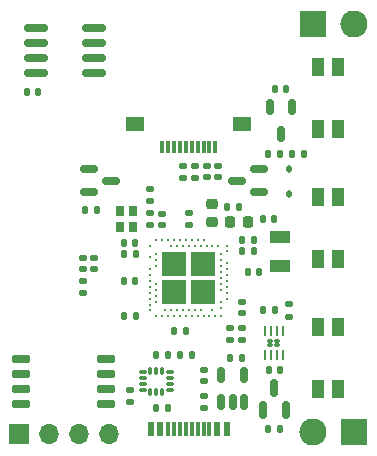
<source format=gbr>
%TF.GenerationSoftware,KiCad,Pcbnew,7.0.1*%
%TF.CreationDate,2024-04-01T23:51:06+01:00*%
%TF.ProjectId,Hardware,48617264-7761-4726-952e-6b696361645f,rev?*%
%TF.SameCoordinates,Original*%
%TF.FileFunction,Paste,Bot*%
%TF.FilePolarity,Positive*%
%FSLAX46Y46*%
G04 Gerber Fmt 4.6, Leading zero omitted, Abs format (unit mm)*
G04 Created by KiCad (PCBNEW 7.0.1) date 2024-04-01 23:51:06*
%MOMM*%
%LPD*%
G01*
G04 APERTURE LIST*
G04 Aperture macros list*
%AMRoundRect*
0 Rectangle with rounded corners*
0 $1 Rounding radius*
0 $2 $3 $4 $5 $6 $7 $8 $9 X,Y pos of 4 corners*
0 Add a 4 corners polygon primitive as box body*
4,1,4,$2,$3,$4,$5,$6,$7,$8,$9,$2,$3,0*
0 Add four circle primitives for the rounded corners*
1,1,$1+$1,$2,$3*
1,1,$1+$1,$4,$5*
1,1,$1+$1,$6,$7*
1,1,$1+$1,$8,$9*
0 Add four rect primitives between the rounded corners*
20,1,$1+$1,$2,$3,$4,$5,0*
20,1,$1+$1,$4,$5,$6,$7,0*
20,1,$1+$1,$6,$7,$8,$9,0*
20,1,$1+$1,$8,$9,$2,$3,0*%
G04 Aperture macros list end*
%ADD10RoundRect,0.135000X-0.185000X0.135000X-0.185000X-0.135000X0.185000X-0.135000X0.185000X0.135000X0*%
%ADD11RoundRect,0.140000X0.140000X0.170000X-0.140000X0.170000X-0.140000X-0.170000X0.140000X-0.170000X0*%
%ADD12RoundRect,0.140000X-0.170000X0.140000X-0.170000X-0.140000X0.170000X-0.140000X0.170000X0.140000X0*%
%ADD13R,0.300000X1.000000*%
%ADD14R,1.650000X1.300000*%
%ADD15RoundRect,0.218750X-0.218750X-0.256250X0.218750X-0.256250X0.218750X0.256250X-0.218750X0.256250X0*%
%ADD16R,2.300000X2.300000*%
%ADD17O,2.300000X2.300000*%
%ADD18RoundRect,0.140000X-0.140000X-0.170000X0.140000X-0.170000X0.140000X0.170000X-0.140000X0.170000X0*%
%ADD19RoundRect,0.150000X-0.150000X0.512500X-0.150000X-0.512500X0.150000X-0.512500X0.150000X0.512500X0*%
%ADD20RoundRect,0.087500X0.225000X0.087500X-0.225000X0.087500X-0.225000X-0.087500X0.225000X-0.087500X0*%
%ADD21RoundRect,0.087500X0.087500X0.225000X-0.087500X0.225000X-0.087500X-0.225000X0.087500X-0.225000X0*%
%ADD22RoundRect,0.135000X-0.135000X-0.185000X0.135000X-0.185000X0.135000X0.185000X-0.135000X0.185000X0*%
%ADD23RoundRect,0.150000X0.825000X0.150000X-0.825000X0.150000X-0.825000X-0.150000X0.825000X-0.150000X0*%
%ADD24RoundRect,0.135000X0.135000X0.185000X-0.135000X0.185000X-0.135000X-0.185000X0.135000X-0.185000X0*%
%ADD25R,0.800000X0.900000*%
%ADD26RoundRect,0.150000X0.150000X-0.587500X0.150000X0.587500X-0.150000X0.587500X-0.150000X-0.587500X0*%
%ADD27R,1.000000X1.550000*%
%ADD28RoundRect,0.150000X0.150000X-0.512500X0.150000X0.512500X-0.150000X0.512500X-0.150000X-0.512500X0*%
%ADD29R,2.000000X2.000000*%
%ADD30C,0.250000*%
%ADD31RoundRect,0.140000X0.170000X-0.140000X0.170000X0.140000X-0.170000X0.140000X-0.170000X-0.140000X0*%
%ADD32R,1.800000X1.000000*%
%ADD33RoundRect,0.112500X0.112500X-0.187500X0.112500X0.187500X-0.112500X0.187500X-0.112500X-0.187500X0*%
%ADD34RoundRect,0.135000X0.185000X-0.135000X0.185000X0.135000X-0.185000X0.135000X-0.185000X-0.135000X0*%
%ADD35RoundRect,0.147500X0.172500X-0.147500X0.172500X0.147500X-0.172500X0.147500X-0.172500X-0.147500X0*%
%ADD36RoundRect,0.225000X0.250000X-0.225000X0.250000X0.225000X-0.250000X0.225000X-0.250000X-0.225000X0*%
%ADD37RoundRect,0.150000X-0.587500X-0.150000X0.587500X-0.150000X0.587500X0.150000X-0.587500X0.150000X0*%
%ADD38R,1.700000X1.700000*%
%ADD39O,1.700000X1.700000*%
%ADD40RoundRect,0.150000X0.650000X0.150000X-0.650000X0.150000X-0.650000X-0.150000X0.650000X-0.150000X0*%
%ADD41R,0.600000X1.240000*%
%ADD42R,0.300000X1.240000*%
%ADD43RoundRect,0.150000X0.587500X0.150000X-0.587500X0.150000X-0.587500X-0.150000X0.587500X-0.150000X0*%
%ADD44RoundRect,0.080000X0.160000X-0.080000X0.160000X0.080000X-0.160000X0.080000X-0.160000X-0.080000X0*%
%ADD45RoundRect,0.062500X0.062500X-0.325000X0.062500X0.325000X-0.062500X0.325000X-0.062500X-0.325000X0*%
G04 APERTURE END LIST*
D10*
%TO.C,R7*%
X203250000Y-87740000D03*
X203250000Y-88760000D03*
%TD*%
D11*
%TO.C,C35*%
X202980000Y-69500000D03*
X202020000Y-69500000D03*
%TD*%
%TO.C,C19*%
X202500000Y-93250000D03*
X201540000Y-93250000D03*
%TD*%
%TO.C,C15*%
X190250000Y-88750000D03*
X189290000Y-88750000D03*
%TD*%
D12*
%TO.C,C9*%
X186750000Y-83770000D03*
X186750000Y-84730000D03*
%TD*%
%TO.C,C36*%
X189750000Y-95020000D03*
X189750000Y-95980000D03*
%TD*%
D13*
%TO.C,J2*%
X192500000Y-74400000D03*
X193000000Y-74400000D03*
X193500000Y-74400000D03*
X194000000Y-74400000D03*
X194500000Y-74400000D03*
X195000000Y-74400000D03*
X195500000Y-74400000D03*
X196000000Y-74400000D03*
X196500000Y-74400000D03*
X197000000Y-74400000D03*
D14*
X190225000Y-72500000D03*
X199275000Y-72500000D03*
%TD*%
D15*
%TO.C,L3*%
X198212500Y-80750000D03*
X199787500Y-80750000D03*
%TD*%
D16*
%TO.C,J4*%
X208750000Y-98500000D03*
D17*
X205250000Y-98500000D03*
%TD*%
D18*
%TO.C,C1*%
X198020000Y-79500000D03*
X198980000Y-79500000D03*
%TD*%
D19*
%TO.C,U4*%
X201600000Y-71000000D03*
X203500000Y-71000000D03*
X202550000Y-73275000D03*
%TD*%
D20*
%TO.C,U5*%
X193162500Y-93500000D03*
X193162500Y-94000000D03*
X193162500Y-94500000D03*
X193162500Y-95000000D03*
D21*
X192500000Y-95162500D03*
X192000000Y-95162500D03*
X191500000Y-95162500D03*
D20*
X190837500Y-95000000D03*
X190837500Y-94500000D03*
X190837500Y-94000000D03*
X190837500Y-93500000D03*
D21*
X191500000Y-93337500D03*
X192000000Y-93337500D03*
X192500000Y-93337500D03*
%TD*%
D18*
%TO.C,C14*%
X193520000Y-90000000D03*
X194480000Y-90000000D03*
%TD*%
D22*
%TO.C,R9*%
X198240000Y-92250000D03*
X199260000Y-92250000D03*
%TD*%
D11*
%TO.C,C2*%
X190230000Y-82500000D03*
X189270000Y-82500000D03*
%TD*%
D18*
%TO.C,C37*%
X181020000Y-69750000D03*
X181980000Y-69750000D03*
%TD*%
D23*
%TO.C,U6*%
X186725000Y-64345000D03*
X186725000Y-65615000D03*
X186725000Y-66885000D03*
X186725000Y-68155000D03*
X181775000Y-68155000D03*
X181775000Y-66885000D03*
X181775000Y-65615000D03*
X181775000Y-64345000D03*
%TD*%
D12*
%TO.C,C13*%
X199250000Y-87520000D03*
X199250000Y-88480000D03*
%TD*%
D24*
%TO.C,R1*%
X193010000Y-96500000D03*
X191990000Y-96500000D03*
%TD*%
D18*
%TO.C,C16*%
X201020000Y-80500000D03*
X201980000Y-80500000D03*
%TD*%
D22*
%TO.C,R8*%
X200990000Y-88250000D03*
X202010000Y-88250000D03*
%TD*%
D25*
%TO.C,Y1*%
X188950000Y-81200000D03*
X188950000Y-79800000D03*
X190050000Y-79800000D03*
X190050000Y-81200000D03*
%TD*%
D26*
%TO.C,Q4*%
X202950000Y-96687500D03*
X201050000Y-96687500D03*
X202000000Y-94812500D03*
%TD*%
D27*
%TO.C,SW1*%
X207350000Y-83875000D03*
X207350000Y-78625000D03*
X205650000Y-83875000D03*
X205650000Y-78625000D03*
%TD*%
D22*
%TO.C,R6*%
X191990000Y-92000000D03*
X193010000Y-92000000D03*
%TD*%
D18*
%TO.C,C12*%
X199270000Y-82250000D03*
X200230000Y-82250000D03*
%TD*%
D28*
%TO.C,U2*%
X199400000Y-96025000D03*
X198450000Y-96025000D03*
X197500000Y-96025000D03*
X197500000Y-93750000D03*
X199400000Y-93750000D03*
%TD*%
D29*
%TO.C,U1*%
X195962500Y-86712500D03*
X195962500Y-84287500D03*
X193537500Y-86712500D03*
X193537500Y-84287500D03*
D30*
X196000000Y-82250000D03*
X195500000Y-82250000D03*
X195000000Y-82250000D03*
X194500000Y-82250000D03*
X194000000Y-82250000D03*
X193500000Y-82250000D03*
X193000000Y-82250000D03*
X192500000Y-82250000D03*
X192000000Y-82250000D03*
X191500000Y-87750000D03*
X197500000Y-88000000D03*
X196750000Y-88250000D03*
X195750000Y-88250000D03*
X195250000Y-88250000D03*
X194750000Y-88250000D03*
X194250000Y-88250000D03*
X193750000Y-88250000D03*
X193250000Y-88250000D03*
X192750000Y-88250000D03*
X191500000Y-88250000D03*
X197500000Y-88750000D03*
X197000000Y-88750000D03*
X196500000Y-88750000D03*
X196000000Y-88750000D03*
X195500000Y-88750000D03*
X195000000Y-88750000D03*
X194500000Y-88750000D03*
X194000000Y-88750000D03*
X193500000Y-88750000D03*
X193000000Y-88750000D03*
X192500000Y-88750000D03*
X192000000Y-88750000D03*
X198000000Y-82750000D03*
X197250000Y-82750000D03*
X196750000Y-82750000D03*
X196250000Y-82750000D03*
X195750000Y-82750000D03*
X195250000Y-82750000D03*
X194750000Y-82750000D03*
X194250000Y-82750000D03*
X193750000Y-82750000D03*
X193250000Y-82750000D03*
X191500000Y-82750000D03*
X198000000Y-83250000D03*
X197500000Y-83500000D03*
X192000000Y-83500000D03*
X191500000Y-83750000D03*
X197500000Y-84000000D03*
X192000000Y-84000000D03*
X198000000Y-84250000D03*
X197500000Y-84500000D03*
X192000000Y-84500000D03*
X198000000Y-84750000D03*
X191500000Y-84750000D03*
X197500000Y-85000000D03*
X198000000Y-85250000D03*
X191500000Y-85250000D03*
X197500000Y-85500000D03*
X198000000Y-85750000D03*
X191500000Y-85750000D03*
X197500000Y-86000000D03*
X192000000Y-86000000D03*
X198000000Y-86250000D03*
X191500000Y-86250000D03*
X197500000Y-86500000D03*
X192000000Y-86500000D03*
X198000000Y-86750000D03*
X191500000Y-86750000D03*
X192000000Y-87000000D03*
X198000000Y-87250000D03*
X191500000Y-87250000D03*
X197500000Y-87500000D03*
X192000000Y-87500000D03*
%TD*%
D12*
%TO.C,C22*%
X197250000Y-76020000D03*
X197250000Y-76980000D03*
%TD*%
D10*
%TO.C,R14*%
X194750000Y-79980000D03*
X194750000Y-81000000D03*
%TD*%
D31*
%TO.C,C18*%
X192500000Y-81000000D03*
X192500000Y-80040000D03*
%TD*%
D12*
%TO.C,C21*%
X196250000Y-76020000D03*
X196250000Y-76980000D03*
%TD*%
D24*
%TO.C,R10*%
X202510000Y-98250000D03*
X201490000Y-98250000D03*
%TD*%
D32*
%TO.C,Y2*%
X202500000Y-84500000D03*
X202500000Y-82000000D03*
%TD*%
D24*
%TO.C,R3*%
X202510000Y-75000000D03*
X201490000Y-75000000D03*
%TD*%
D31*
%TO.C,C3*%
X191500000Y-80980000D03*
X191500000Y-80020000D03*
%TD*%
D33*
%TO.C,D1*%
X203250000Y-78350000D03*
X203250000Y-76250000D03*
%TD*%
D34*
%TO.C,R2*%
X196000000Y-96510000D03*
X196000000Y-95490000D03*
%TD*%
D12*
%TO.C,C10*%
X199250000Y-89770000D03*
X199250000Y-90730000D03*
%TD*%
D18*
%TO.C,C8*%
X199270000Y-83250000D03*
X200230000Y-83250000D03*
%TD*%
D35*
%TO.C,L1*%
X185750000Y-84735000D03*
X185750000Y-83765000D03*
%TD*%
D12*
%TO.C,C31*%
X196000000Y-93270000D03*
X196000000Y-94230000D03*
%TD*%
D11*
%TO.C,C5*%
X190230000Y-85750000D03*
X189270000Y-85750000D03*
%TD*%
D24*
%TO.C,R4*%
X195010000Y-92000000D03*
X193990000Y-92000000D03*
%TD*%
D11*
%TO.C,C34*%
X204480000Y-75000000D03*
X203520000Y-75000000D03*
%TD*%
D27*
%TO.C,SW2*%
X207350000Y-72875000D03*
X207350000Y-67625000D03*
X205650000Y-72875000D03*
X205650000Y-67625000D03*
%TD*%
D18*
%TO.C,C17*%
X199770000Y-85000000D03*
X200730000Y-85000000D03*
%TD*%
D36*
%TO.C,C4*%
X196750000Y-80775000D03*
X196750000Y-79225000D03*
%TD*%
D37*
%TO.C,Q2*%
X186312500Y-78200000D03*
X186312500Y-76300000D03*
X188187500Y-77250000D03*
%TD*%
D12*
%TO.C,C20*%
X195250000Y-76040000D03*
X195250000Y-77000000D03*
%TD*%
D16*
%TO.C,J5*%
X205250000Y-64000000D03*
D17*
X208750000Y-64000000D03*
%TD*%
D12*
%TO.C,C6*%
X185750000Y-85770000D03*
X185750000Y-86730000D03*
%TD*%
%TO.C,C11*%
X198250000Y-89770000D03*
X198250000Y-90730000D03*
%TD*%
D38*
%TO.C,J3*%
X180375000Y-98750000D03*
D39*
X182915000Y-98750000D03*
X185455000Y-98750000D03*
X187995000Y-98750000D03*
%TD*%
D40*
%TO.C,U7*%
X187750000Y-92345000D03*
X187750000Y-93615000D03*
X187750000Y-94885000D03*
X187750000Y-96155000D03*
X180550000Y-96155000D03*
X180550000Y-94885000D03*
X180550000Y-93615000D03*
X180550000Y-92345000D03*
%TD*%
D27*
%TO.C,SW3*%
X207350000Y-94875000D03*
X207350000Y-89625000D03*
X205650000Y-94875000D03*
X205650000Y-89625000D03*
%TD*%
D41*
%TO.C,J1*%
X197950000Y-98275000D03*
X197150000Y-98275000D03*
D42*
X196000000Y-98275000D03*
X195000000Y-98275000D03*
X194500000Y-98275000D03*
X193500000Y-98275000D03*
D41*
X192350000Y-98275000D03*
X191550000Y-98275000D03*
X191550000Y-98275000D03*
X192350000Y-98275000D03*
D42*
X193000000Y-98275000D03*
X194000000Y-98275000D03*
X195500000Y-98275000D03*
X196500000Y-98275000D03*
D41*
X197150000Y-98275000D03*
X197950000Y-98275000D03*
%TD*%
D22*
%TO.C,R11*%
X185990000Y-79750000D03*
X187010000Y-79750000D03*
%TD*%
D34*
%TO.C,R5*%
X194250000Y-77010000D03*
X194250000Y-75990000D03*
%TD*%
D11*
%TO.C,C7*%
X190250000Y-83500000D03*
X189290000Y-83500000D03*
%TD*%
D43*
%TO.C,Q1*%
X200687500Y-76300000D03*
X200687500Y-78200000D03*
X198812500Y-77250000D03*
%TD*%
D44*
%TO.C,U3*%
X201650000Y-91212500D03*
X202250000Y-91212500D03*
X201650000Y-90812500D03*
X202250000Y-90812500D03*
D45*
X202700000Y-92000000D03*
X202200000Y-92000000D03*
X201700000Y-92000000D03*
X201200000Y-92000000D03*
X201200000Y-90025000D03*
X201700000Y-90025000D03*
X202200000Y-90025000D03*
X202700000Y-90025000D03*
%TD*%
D34*
%TO.C,R15*%
X191500000Y-79010000D03*
X191500000Y-77990000D03*
%TD*%
M02*

</source>
